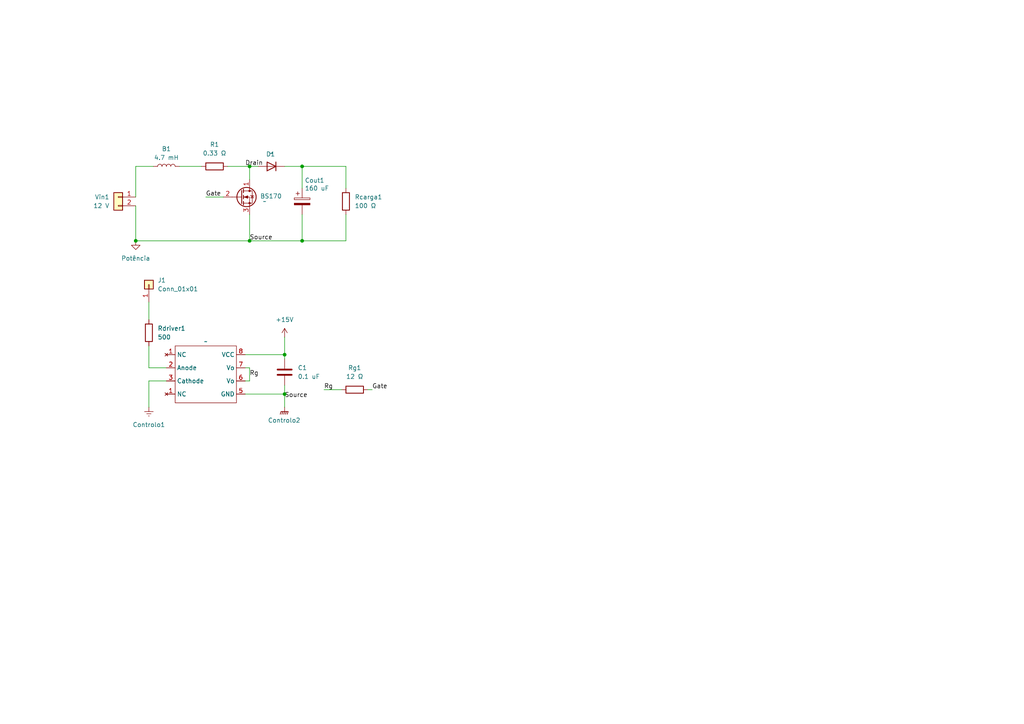
<source format=kicad_sch>
(kicad_sch
	(version 20250114)
	(generator "eeschema")
	(generator_version "9.0")
	(uuid "349af88b-a041-4cbe-a2d3-750dbaa7e97a")
	(paper "A4")
	(lib_symbols
		(symbol "Connector_Generic:Conn_01x01"
			(pin_names
				(offset 1.016)
				(hide yes)
			)
			(exclude_from_sim no)
			(in_bom yes)
			(on_board yes)
			(property "Reference" "J"
				(at 0 2.54 0)
				(effects
					(font
						(size 1.27 1.27)
					)
				)
			)
			(property "Value" "Conn_01x01"
				(at 0 -2.54 0)
				(effects
					(font
						(size 1.27 1.27)
					)
				)
			)
			(property "Footprint" ""
				(at 0 0 0)
				(effects
					(font
						(size 1.27 1.27)
					)
					(hide yes)
				)
			)
			(property "Datasheet" "~"
				(at 0 0 0)
				(effects
					(font
						(size 1.27 1.27)
					)
					(hide yes)
				)
			)
			(property "Description" "Generic connector, single row, 01x01, script generated (kicad-library-utils/schlib/autogen/connector/)"
				(at 0 0 0)
				(effects
					(font
						(size 1.27 1.27)
					)
					(hide yes)
				)
			)
			(property "ki_keywords" "connector"
				(at 0 0 0)
				(effects
					(font
						(size 1.27 1.27)
					)
					(hide yes)
				)
			)
			(property "ki_fp_filters" "Connector*:*_1x??_*"
				(at 0 0 0)
				(effects
					(font
						(size 1.27 1.27)
					)
					(hide yes)
				)
			)
			(symbol "Conn_01x01_1_1"
				(rectangle
					(start -1.27 1.27)
					(end 1.27 -1.27)
					(stroke
						(width 0.254)
						(type default)
					)
					(fill
						(type background)
					)
				)
				(rectangle
					(start -1.27 0.127)
					(end 0 -0.127)
					(stroke
						(width 0.1524)
						(type default)
					)
					(fill
						(type none)
					)
				)
				(pin passive line
					(at -5.08 0 0)
					(length 3.81)
					(name "Pin_1"
						(effects
							(font
								(size 1.27 1.27)
							)
						)
					)
					(number "1"
						(effects
							(font
								(size 1.27 1.27)
							)
						)
					)
				)
			)
			(embedded_fonts no)
		)
		(symbol "Connector_Generic:Conn_01x02"
			(pin_names
				(offset 1.016)
				(hide yes)
			)
			(exclude_from_sim no)
			(in_bom yes)
			(on_board yes)
			(property "Reference" "J"
				(at 0 2.54 0)
				(effects
					(font
						(size 1.27 1.27)
					)
				)
			)
			(property "Value" "Conn_01x02"
				(at 0 -5.08 0)
				(effects
					(font
						(size 1.27 1.27)
					)
				)
			)
			(property "Footprint" ""
				(at 0 0 0)
				(effects
					(font
						(size 1.27 1.27)
					)
					(hide yes)
				)
			)
			(property "Datasheet" "~"
				(at 0 0 0)
				(effects
					(font
						(size 1.27 1.27)
					)
					(hide yes)
				)
			)
			(property "Description" "Generic connector, single row, 01x02, script generated (kicad-library-utils/schlib/autogen/connector/)"
				(at 0 0 0)
				(effects
					(font
						(size 1.27 1.27)
					)
					(hide yes)
				)
			)
			(property "ki_keywords" "connector"
				(at 0 0 0)
				(effects
					(font
						(size 1.27 1.27)
					)
					(hide yes)
				)
			)
			(property "ki_fp_filters" "Connector*:*_1x??_*"
				(at 0 0 0)
				(effects
					(font
						(size 1.27 1.27)
					)
					(hide yes)
				)
			)
			(symbol "Conn_01x02_1_1"
				(rectangle
					(start -1.27 1.27)
					(end 1.27 -3.81)
					(stroke
						(width 0.254)
						(type default)
					)
					(fill
						(type background)
					)
				)
				(rectangle
					(start -1.27 0.127)
					(end 0 -0.127)
					(stroke
						(width 0.1524)
						(type default)
					)
					(fill
						(type none)
					)
				)
				(rectangle
					(start -1.27 -2.413)
					(end 0 -2.667)
					(stroke
						(width 0.1524)
						(type default)
					)
					(fill
						(type none)
					)
				)
				(pin passive line
					(at -5.08 0 0)
					(length 3.81)
					(name "Pin_1"
						(effects
							(font
								(size 1.27 1.27)
							)
						)
					)
					(number "1"
						(effects
							(font
								(size 1.27 1.27)
							)
						)
					)
				)
				(pin passive line
					(at -5.08 -2.54 0)
					(length 3.81)
					(name "Pin_2"
						(effects
							(font
								(size 1.27 1.27)
							)
						)
					)
					(number "2"
						(effects
							(font
								(size 1.27 1.27)
							)
						)
					)
				)
			)
			(embedded_fonts no)
		)
		(symbol "Device:C"
			(pin_numbers
				(hide yes)
			)
			(pin_names
				(offset 0.254)
			)
			(exclude_from_sim no)
			(in_bom yes)
			(on_board yes)
			(property "Reference" "C"
				(at 0.635 2.54 0)
				(effects
					(font
						(size 1.27 1.27)
					)
					(justify left)
				)
			)
			(property "Value" "C"
				(at 0.635 -2.54 0)
				(effects
					(font
						(size 1.27 1.27)
					)
					(justify left)
				)
			)
			(property "Footprint" ""
				(at 0.9652 -3.81 0)
				(effects
					(font
						(size 1.27 1.27)
					)
					(hide yes)
				)
			)
			(property "Datasheet" "~"
				(at 0 0 0)
				(effects
					(font
						(size 1.27 1.27)
					)
					(hide yes)
				)
			)
			(property "Description" "Unpolarized capacitor"
				(at 0 0 0)
				(effects
					(font
						(size 1.27 1.27)
					)
					(hide yes)
				)
			)
			(property "ki_keywords" "cap capacitor"
				(at 0 0 0)
				(effects
					(font
						(size 1.27 1.27)
					)
					(hide yes)
				)
			)
			(property "ki_fp_filters" "C_*"
				(at 0 0 0)
				(effects
					(font
						(size 1.27 1.27)
					)
					(hide yes)
				)
			)
			(symbol "C_0_1"
				(polyline
					(pts
						(xy -2.032 0.762) (xy 2.032 0.762)
					)
					(stroke
						(width 0.508)
						(type default)
					)
					(fill
						(type none)
					)
				)
				(polyline
					(pts
						(xy -2.032 -0.762) (xy 2.032 -0.762)
					)
					(stroke
						(width 0.508)
						(type default)
					)
					(fill
						(type none)
					)
				)
			)
			(symbol "C_1_1"
				(pin passive line
					(at 0 3.81 270)
					(length 2.794)
					(name "~"
						(effects
							(font
								(size 1.27 1.27)
							)
						)
					)
					(number "1"
						(effects
							(font
								(size 1.27 1.27)
							)
						)
					)
				)
				(pin passive line
					(at 0 -3.81 90)
					(length 2.794)
					(name "~"
						(effects
							(font
								(size 1.27 1.27)
							)
						)
					)
					(number "2"
						(effects
							(font
								(size 1.27 1.27)
							)
						)
					)
				)
			)
			(embedded_fonts no)
		)
		(symbol "Device:C_Polarized"
			(pin_numbers
				(hide yes)
			)
			(pin_names
				(offset 0.254)
			)
			(exclude_from_sim no)
			(in_bom yes)
			(on_board yes)
			(property "Reference" "C"
				(at 0.635 2.54 0)
				(effects
					(font
						(size 1.27 1.27)
					)
					(justify left)
				)
			)
			(property "Value" "C_Polarized"
				(at 0.635 -2.54 0)
				(effects
					(font
						(size 1.27 1.27)
					)
					(justify left)
				)
			)
			(property "Footprint" ""
				(at 0.9652 -3.81 0)
				(effects
					(font
						(size 1.27 1.27)
					)
					(hide yes)
				)
			)
			(property "Datasheet" "~"
				(at 0 0 0)
				(effects
					(font
						(size 1.27 1.27)
					)
					(hide yes)
				)
			)
			(property "Description" "Polarized capacitor"
				(at 0 0 0)
				(effects
					(font
						(size 1.27 1.27)
					)
					(hide yes)
				)
			)
			(property "ki_keywords" "cap capacitor"
				(at 0 0 0)
				(effects
					(font
						(size 1.27 1.27)
					)
					(hide yes)
				)
			)
			(property "ki_fp_filters" "CP_*"
				(at 0 0 0)
				(effects
					(font
						(size 1.27 1.27)
					)
					(hide yes)
				)
			)
			(symbol "C_Polarized_0_1"
				(rectangle
					(start -2.286 0.508)
					(end 2.286 1.016)
					(stroke
						(width 0)
						(type default)
					)
					(fill
						(type none)
					)
				)
				(polyline
					(pts
						(xy -1.778 2.286) (xy -0.762 2.286)
					)
					(stroke
						(width 0)
						(type default)
					)
					(fill
						(type none)
					)
				)
				(polyline
					(pts
						(xy -1.27 2.794) (xy -1.27 1.778)
					)
					(stroke
						(width 0)
						(type default)
					)
					(fill
						(type none)
					)
				)
				(rectangle
					(start 2.286 -0.508)
					(end -2.286 -1.016)
					(stroke
						(width 0)
						(type default)
					)
					(fill
						(type outline)
					)
				)
			)
			(symbol "C_Polarized_1_1"
				(pin passive line
					(at 0 3.81 270)
					(length 2.794)
					(name "~"
						(effects
							(font
								(size 1.27 1.27)
							)
						)
					)
					(number "1"
						(effects
							(font
								(size 1.27 1.27)
							)
						)
					)
				)
				(pin passive line
					(at 0 -3.81 90)
					(length 2.794)
					(name "~"
						(effects
							(font
								(size 1.27 1.27)
							)
						)
					)
					(number "2"
						(effects
							(font
								(size 1.27 1.27)
							)
						)
					)
				)
			)
			(embedded_fonts no)
		)
		(symbol "Device:D"
			(pin_numbers
				(hide yes)
			)
			(pin_names
				(offset 1.016)
				(hide yes)
			)
			(exclude_from_sim no)
			(in_bom yes)
			(on_board yes)
			(property "Reference" "D"
				(at 0 2.54 0)
				(effects
					(font
						(size 1.27 1.27)
					)
				)
			)
			(property "Value" "D"
				(at 0 -2.54 0)
				(effects
					(font
						(size 1.27 1.27)
					)
				)
			)
			(property "Footprint" ""
				(at 0 0 0)
				(effects
					(font
						(size 1.27 1.27)
					)
					(hide yes)
				)
			)
			(property "Datasheet" "~"
				(at 0 0 0)
				(effects
					(font
						(size 1.27 1.27)
					)
					(hide yes)
				)
			)
			(property "Description" "Diode"
				(at 0 0 0)
				(effects
					(font
						(size 1.27 1.27)
					)
					(hide yes)
				)
			)
			(property "Sim.Device" "D"
				(at 0 0 0)
				(effects
					(font
						(size 1.27 1.27)
					)
					(hide yes)
				)
			)
			(property "Sim.Pins" "1=K 2=A"
				(at 0 0 0)
				(effects
					(font
						(size 1.27 1.27)
					)
					(hide yes)
				)
			)
			(property "ki_keywords" "diode"
				(at 0 0 0)
				(effects
					(font
						(size 1.27 1.27)
					)
					(hide yes)
				)
			)
			(property "ki_fp_filters" "TO-???* *_Diode_* *SingleDiode* D_*"
				(at 0 0 0)
				(effects
					(font
						(size 1.27 1.27)
					)
					(hide yes)
				)
			)
			(symbol "D_0_1"
				(polyline
					(pts
						(xy -1.27 1.27) (xy -1.27 -1.27)
					)
					(stroke
						(width 0.254)
						(type default)
					)
					(fill
						(type none)
					)
				)
				(polyline
					(pts
						(xy 1.27 1.27) (xy 1.27 -1.27) (xy -1.27 0) (xy 1.27 1.27)
					)
					(stroke
						(width 0.254)
						(type default)
					)
					(fill
						(type none)
					)
				)
				(polyline
					(pts
						(xy 1.27 0) (xy -1.27 0)
					)
					(stroke
						(width 0)
						(type default)
					)
					(fill
						(type none)
					)
				)
			)
			(symbol "D_1_1"
				(pin passive line
					(at -3.81 0 0)
					(length 2.54)
					(name "K"
						(effects
							(font
								(size 1.27 1.27)
							)
						)
					)
					(number "1"
						(effects
							(font
								(size 1.27 1.27)
							)
						)
					)
				)
				(pin passive line
					(at 3.81 0 180)
					(length 2.54)
					(name "A"
						(effects
							(font
								(size 1.27 1.27)
							)
						)
					)
					(number "2"
						(effects
							(font
								(size 1.27 1.27)
							)
						)
					)
				)
			)
			(embedded_fonts no)
		)
		(symbol "Device:L"
			(pin_numbers
				(hide yes)
			)
			(pin_names
				(offset 1.016)
				(hide yes)
			)
			(exclude_from_sim no)
			(in_bom yes)
			(on_board yes)
			(property "Reference" "L"
				(at -1.27 0 90)
				(effects
					(font
						(size 1.27 1.27)
					)
				)
			)
			(property "Value" "L"
				(at 1.905 0 90)
				(effects
					(font
						(size 1.27 1.27)
					)
				)
			)
			(property "Footprint" ""
				(at 0 0 0)
				(effects
					(font
						(size 1.27 1.27)
					)
					(hide yes)
				)
			)
			(property "Datasheet" "~"
				(at 0 0 0)
				(effects
					(font
						(size 1.27 1.27)
					)
					(hide yes)
				)
			)
			(property "Description" "Inductor"
				(at 0 0 0)
				(effects
					(font
						(size 1.27 1.27)
					)
					(hide yes)
				)
			)
			(property "ki_keywords" "inductor choke coil reactor magnetic"
				(at 0 0 0)
				(effects
					(font
						(size 1.27 1.27)
					)
					(hide yes)
				)
			)
			(property "ki_fp_filters" "Choke_* *Coil* Inductor_* L_*"
				(at 0 0 0)
				(effects
					(font
						(size 1.27 1.27)
					)
					(hide yes)
				)
			)
			(symbol "L_0_1"
				(arc
					(start 0 2.54)
					(mid 0.6323 1.905)
					(end 0 1.27)
					(stroke
						(width 0)
						(type default)
					)
					(fill
						(type none)
					)
				)
				(arc
					(start 0 1.27)
					(mid 0.6323 0.635)
					(end 0 0)
					(stroke
						(width 0)
						(type default)
					)
					(fill
						(type none)
					)
				)
				(arc
					(start 0 0)
					(mid 0.6323 -0.635)
					(end 0 -1.27)
					(stroke
						(width 0)
						(type default)
					)
					(fill
						(type none)
					)
				)
				(arc
					(start 0 -1.27)
					(mid 0.6323 -1.905)
					(end 0 -2.54)
					(stroke
						(width 0)
						(type default)
					)
					(fill
						(type none)
					)
				)
			)
			(symbol "L_1_1"
				(pin passive line
					(at 0 3.81 270)
					(length 1.27)
					(name "1"
						(effects
							(font
								(size 1.27 1.27)
							)
						)
					)
					(number "1"
						(effects
							(font
								(size 1.27 1.27)
							)
						)
					)
				)
				(pin passive line
					(at 0 -3.81 90)
					(length 1.27)
					(name "2"
						(effects
							(font
								(size 1.27 1.27)
							)
						)
					)
					(number "2"
						(effects
							(font
								(size 1.27 1.27)
							)
						)
					)
				)
			)
			(embedded_fonts no)
		)
		(symbol "Device:R"
			(pin_numbers
				(hide yes)
			)
			(pin_names
				(offset 0)
			)
			(exclude_from_sim no)
			(in_bom yes)
			(on_board yes)
			(property "Reference" "R"
				(at 2.032 0 90)
				(effects
					(font
						(size 1.27 1.27)
					)
				)
			)
			(property "Value" "R"
				(at 0 0 90)
				(effects
					(font
						(size 1.27 1.27)
					)
				)
			)
			(property "Footprint" ""
				(at -1.778 0 90)
				(effects
					(font
						(size 1.27 1.27)
					)
					(hide yes)
				)
			)
			(property "Datasheet" "~"
				(at 0 0 0)
				(effects
					(font
						(size 1.27 1.27)
					)
					(hide yes)
				)
			)
			(property "Description" "Resistor"
				(at 0 0 0)
				(effects
					(font
						(size 1.27 1.27)
					)
					(hide yes)
				)
			)
			(property "ki_keywords" "R res resistor"
				(at 0 0 0)
				(effects
					(font
						(size 1.27 1.27)
					)
					(hide yes)
				)
			)
			(property "ki_fp_filters" "R_*"
				(at 0 0 0)
				(effects
					(font
						(size 1.27 1.27)
					)
					(hide yes)
				)
			)
			(symbol "R_0_1"
				(rectangle
					(start -1.016 -2.54)
					(end 1.016 2.54)
					(stroke
						(width 0.254)
						(type default)
					)
					(fill
						(type none)
					)
				)
			)
			(symbol "R_1_1"
				(pin passive line
					(at 0 3.81 270)
					(length 1.27)
					(name "~"
						(effects
							(font
								(size 1.27 1.27)
							)
						)
					)
					(number "1"
						(effects
							(font
								(size 1.27 1.27)
							)
						)
					)
				)
				(pin passive line
					(at 0 -3.81 90)
					(length 1.27)
					(name "~"
						(effects
							(font
								(size 1.27 1.27)
							)
						)
					)
					(number "2"
						(effects
							(font
								(size 1.27 1.27)
							)
						)
					)
				)
			)
			(embedded_fonts no)
		)
		(symbol "Transistor_FET:BS170"
			(pin_names
				(hide yes)
			)
			(exclude_from_sim no)
			(in_bom yes)
			(on_board yes)
			(property "Reference" "Q"
				(at 5.08 1.905 0)
				(effects
					(font
						(size 1.27 1.27)
					)
					(justify left)
				)
			)
			(property "Value" "BS170"
				(at 5.08 0 0)
				(effects
					(font
						(size 1.27 1.27)
					)
					(justify left)
				)
			)
			(property "Footprint" "Package_TO_SOT_THT:TO-92_Inline"
				(at 5.08 -1.905 0)
				(effects
					(font
						(size 1.27 1.27)
						(italic yes)
					)
					(justify left)
					(hide yes)
				)
			)
			(property "Datasheet" "https://www.onsemi.com/pub/Collateral/BS170-D.PDF"
				(at 5.08 -3.81 0)
				(effects
					(font
						(size 1.27 1.27)
					)
					(justify left)
					(hide yes)
				)
			)
			(property "Description" "0.5A Id, 60V Vds, N-Channel MOSFET, TO-92"
				(at 0 0 0)
				(effects
					(font
						(size 1.27 1.27)
					)
					(hide yes)
				)
			)
			(property "ki_keywords" "N-Channel MOSFET"
				(at 0 0 0)
				(effects
					(font
						(size 1.27 1.27)
					)
					(hide yes)
				)
			)
			(property "ki_fp_filters" "TO?92*"
				(at 0 0 0)
				(effects
					(font
						(size 1.27 1.27)
					)
					(hide yes)
				)
			)
			(symbol "BS170_0_1"
				(polyline
					(pts
						(xy 0.254 1.905) (xy 0.254 -1.905)
					)
					(stroke
						(width 0.254)
						(type default)
					)
					(fill
						(type none)
					)
				)
				(polyline
					(pts
						(xy 0.254 0) (xy -2.54 0)
					)
					(stroke
						(width 0)
						(type default)
					)
					(fill
						(type none)
					)
				)
				(polyline
					(pts
						(xy 0.762 2.286) (xy 0.762 1.27)
					)
					(stroke
						(width 0.254)
						(type default)
					)
					(fill
						(type none)
					)
				)
				(polyline
					(pts
						(xy 0.762 0.508) (xy 0.762 -0.508)
					)
					(stroke
						(width 0.254)
						(type default)
					)
					(fill
						(type none)
					)
				)
				(polyline
					(pts
						(xy 0.762 -1.27) (xy 0.762 -2.286)
					)
					(stroke
						(width 0.254)
						(type default)
					)
					(fill
						(type none)
					)
				)
				(polyline
					(pts
						(xy 0.762 -1.778) (xy 3.302 -1.778) (xy 3.302 1.778) (xy 0.762 1.778)
					)
					(stroke
						(width 0)
						(type default)
					)
					(fill
						(type none)
					)
				)
				(polyline
					(pts
						(xy 1.016 0) (xy 2.032 0.381) (xy 2.032 -0.381) (xy 1.016 0)
					)
					(stroke
						(width 0)
						(type default)
					)
					(fill
						(type outline)
					)
				)
				(circle
					(center 1.651 0)
					(radius 2.794)
					(stroke
						(width 0.254)
						(type default)
					)
					(fill
						(type none)
					)
				)
				(polyline
					(pts
						(xy 2.54 2.54) (xy 2.54 1.778)
					)
					(stroke
						(width 0)
						(type default)
					)
					(fill
						(type none)
					)
				)
				(circle
					(center 2.54 1.778)
					(radius 0.254)
					(stroke
						(width 0)
						(type default)
					)
					(fill
						(type outline)
					)
				)
				(circle
					(center 2.54 -1.778)
					(radius 0.254)
					(stroke
						(width 0)
						(type default)
					)
					(fill
						(type outline)
					)
				)
				(polyline
					(pts
						(xy 2.54 -2.54) (xy 2.54 0) (xy 0.762 0)
					)
					(stroke
						(width 0)
						(type default)
					)
					(fill
						(type none)
					)
				)
				(polyline
					(pts
						(xy 2.794 0.508) (xy 2.921 0.381) (xy 3.683 0.381) (xy 3.81 0.254)
					)
					(stroke
						(width 0)
						(type default)
					)
					(fill
						(type none)
					)
				)
				(polyline
					(pts
						(xy 3.302 0.381) (xy 2.921 -0.254) (xy 3.683 -0.254) (xy 3.302 0.381)
					)
					(stroke
						(width 0)
						(type default)
					)
					(fill
						(type none)
					)
				)
			)
			(symbol "BS170_1_1"
				(pin input line
					(at -5.08 0 0)
					(length 2.54)
					(name "G"
						(effects
							(font
								(size 1.27 1.27)
							)
						)
					)
					(number "2"
						(effects
							(font
								(size 1.27 1.27)
							)
						)
					)
				)
				(pin passive line
					(at 2.54 5.08 270)
					(length 2.54)
					(name "D"
						(effects
							(font
								(size 1.27 1.27)
							)
						)
					)
					(number "1"
						(effects
							(font
								(size 1.27 1.27)
							)
						)
					)
				)
				(pin passive line
					(at 2.54 -5.08 90)
					(length 2.54)
					(name "S"
						(effects
							(font
								(size 1.27 1.27)
							)
						)
					)
					(number "3"
						(effects
							(font
								(size 1.27 1.27)
							)
						)
					)
				)
			)
			(embedded_fonts no)
		)
		(symbol "minha_biblioteca:LTV-3120"
			(exclude_from_sim no)
			(in_bom yes)
			(on_board yes)
			(property "Reference" "U"
				(at 39.37 17.272 0)
				(effects
					(font
						(size 1.27 1.27)
					)
					(hide yes)
				)
			)
			(property "Value" ""
				(at 0 0 0)
				(effects
					(font
						(size 1.27 1.27)
					)
				)
			)
			(property "Footprint" ""
				(at 0 0 0)
				(effects
					(font
						(size 1.27 1.27)
					)
					(hide yes)
				)
			)
			(property "Datasheet" ""
				(at 0 0 0)
				(effects
					(font
						(size 1.27 1.27)
					)
					(hide yes)
				)
			)
			(property "Description" ""
				(at 0 0 0)
				(effects
					(font
						(size 1.27 1.27)
					)
					(hide yes)
				)
			)
			(symbol "LTV-3120_0_1"
				(rectangle
					(start -2.54 5.08)
					(end 15.24 -11.43)
					(stroke
						(width 0)
						(type default)
					)
					(fill
						(type none)
					)
				)
			)
			(symbol "LTV-3120_1_1"
				(pin no_connect line
					(at -5.08 2.54 0)
					(length 2.54)
					(name "NC"
						(effects
							(font
								(size 1.27 1.27)
							)
						)
					)
					(number "1"
						(effects
							(font
								(size 1.27 1.27)
							)
						)
					)
				)
				(pin passive line
					(at -5.08 -1.27 0)
					(length 2.54)
					(name "Anode"
						(effects
							(font
								(size 1.27 1.27)
							)
						)
					)
					(number "2"
						(effects
							(font
								(size 1.27 1.27)
							)
						)
					)
				)
				(pin passive line
					(at -5.08 -5.08 0)
					(length 2.54)
					(name "Cathode"
						(effects
							(font
								(size 1.27 1.27)
							)
						)
					)
					(number "3"
						(effects
							(font
								(size 1.27 1.27)
							)
						)
					)
				)
				(pin no_connect line
					(at -5.08 -8.89 0)
					(length 2.54)
					(name "NC"
						(effects
							(font
								(size 1.27 1.27)
							)
						)
					)
					(number "1"
						(effects
							(font
								(size 1.27 1.27)
							)
						)
					)
				)
				(pin power_in line
					(at 17.78 2.54 180)
					(length 2.54)
					(name "VCC"
						(effects
							(font
								(size 1.27 1.27)
							)
						)
					)
					(number "8"
						(effects
							(font
								(size 1.27 1.27)
							)
						)
					)
				)
				(pin output line
					(at 17.78 -1.27 180)
					(length 2.54)
					(name "Vo"
						(effects
							(font
								(size 1.27 1.27)
							)
						)
					)
					(number "7"
						(effects
							(font
								(size 1.27 1.27)
							)
						)
					)
				)
				(pin output line
					(at 17.78 -5.08 180)
					(length 2.54)
					(name "Vo"
						(effects
							(font
								(size 1.27 1.27)
							)
						)
					)
					(number "6"
						(effects
							(font
								(size 1.27 1.27)
							)
						)
					)
				)
				(pin power_in line
					(at 17.78 -8.89 180)
					(length 2.54)
					(name "GND"
						(effects
							(font
								(size 1.27 1.27)
							)
						)
					)
					(number "5"
						(effects
							(font
								(size 1.27 1.27)
							)
						)
					)
				)
			)
			(embedded_fonts no)
		)
		(symbol "power:+15V"
			(power)
			(pin_numbers
				(hide yes)
			)
			(pin_names
				(offset 0)
				(hide yes)
			)
			(exclude_from_sim no)
			(in_bom yes)
			(on_board yes)
			(property "Reference" "#PWR"
				(at 0 -3.81 0)
				(effects
					(font
						(size 1.27 1.27)
					)
					(hide yes)
				)
			)
			(property "Value" "+15V"
				(at 0 3.556 0)
				(effects
					(font
						(size 1.27 1.27)
					)
				)
			)
			(property "Footprint" ""
				(at 0 0 0)
				(effects
					(font
						(size 1.27 1.27)
					)
					(hide yes)
				)
			)
			(property "Datasheet" ""
				(at 0 0 0)
				(effects
					(font
						(size 1.27 1.27)
					)
					(hide yes)
				)
			)
			(property "Description" "Power symbol creates a global label with name \"+15V\""
				(at 0 0 0)
				(effects
					(font
						(size 1.27 1.27)
					)
					(hide yes)
				)
			)
			(property "ki_keywords" "global power"
				(at 0 0 0)
				(effects
					(font
						(size 1.27 1.27)
					)
					(hide yes)
				)
			)
			(symbol "+15V_0_1"
				(polyline
					(pts
						(xy -0.762 1.27) (xy 0 2.54)
					)
					(stroke
						(width 0)
						(type default)
					)
					(fill
						(type none)
					)
				)
				(polyline
					(pts
						(xy 0 2.54) (xy 0.762 1.27)
					)
					(stroke
						(width 0)
						(type default)
					)
					(fill
						(type none)
					)
				)
				(polyline
					(pts
						(xy 0 0) (xy 0 2.54)
					)
					(stroke
						(width 0)
						(type default)
					)
					(fill
						(type none)
					)
				)
			)
			(symbol "+15V_1_1"
				(pin power_in line
					(at 0 0 90)
					(length 0)
					(name "~"
						(effects
							(font
								(size 1.27 1.27)
							)
						)
					)
					(number "1"
						(effects
							(font
								(size 1.27 1.27)
							)
						)
					)
				)
			)
			(embedded_fonts no)
		)
		(symbol "power:Earth"
			(power)
			(pin_numbers
				(hide yes)
			)
			(pin_names
				(offset 0)
				(hide yes)
			)
			(exclude_from_sim no)
			(in_bom yes)
			(on_board yes)
			(property "Reference" "#PWR"
				(at 0 -6.35 0)
				(effects
					(font
						(size 1.27 1.27)
					)
					(hide yes)
				)
			)
			(property "Value" "Earth"
				(at 0 -3.81 0)
				(effects
					(font
						(size 1.27 1.27)
					)
				)
			)
			(property "Footprint" ""
				(at 0 0 0)
				(effects
					(font
						(size 1.27 1.27)
					)
					(hide yes)
				)
			)
			(property "Datasheet" "~"
				(at 0 0 0)
				(effects
					(font
						(size 1.27 1.27)
					)
					(hide yes)
				)
			)
			(property "Description" "Power symbol creates a global label with name \"Earth\""
				(at 0 0 0)
				(effects
					(font
						(size 1.27 1.27)
					)
					(hide yes)
				)
			)
			(property "ki_keywords" "global ground gnd"
				(at 0 0 0)
				(effects
					(font
						(size 1.27 1.27)
					)
					(hide yes)
				)
			)
			(symbol "Earth_0_1"
				(polyline
					(pts
						(xy -0.635 -1.905) (xy 0.635 -1.905)
					)
					(stroke
						(width 0)
						(type default)
					)
					(fill
						(type none)
					)
				)
				(polyline
					(pts
						(xy -0.127 -2.54) (xy 0.127 -2.54)
					)
					(stroke
						(width 0)
						(type default)
					)
					(fill
						(type none)
					)
				)
				(polyline
					(pts
						(xy 0 -1.27) (xy 0 0)
					)
					(stroke
						(width 0)
						(type default)
					)
					(fill
						(type none)
					)
				)
				(polyline
					(pts
						(xy 1.27 -1.27) (xy -1.27 -1.27)
					)
					(stroke
						(width 0)
						(type default)
					)
					(fill
						(type none)
					)
				)
			)
			(symbol "Earth_1_1"
				(pin power_in line
					(at 0 0 270)
					(length 0)
					(name "~"
						(effects
							(font
								(size 1.27 1.27)
							)
						)
					)
					(number "1"
						(effects
							(font
								(size 1.27 1.27)
							)
						)
					)
				)
			)
			(embedded_fonts no)
		)
		(symbol "power:GND"
			(power)
			(pin_numbers
				(hide yes)
			)
			(pin_names
				(offset 0)
				(hide yes)
			)
			(exclude_from_sim no)
			(in_bom yes)
			(on_board yes)
			(property "Reference" "#PWR"
				(at 0 -6.35 0)
				(effects
					(font
						(size 1.27 1.27)
					)
					(hide yes)
				)
			)
			(property "Value" "GND"
				(at 0 -3.81 0)
				(effects
					(font
						(size 1.27 1.27)
					)
				)
			)
			(property "Footprint" ""
				(at 0 0 0)
				(effects
					(font
						(size 1.27 1.27)
					)
					(hide yes)
				)
			)
			(property "Datasheet" ""
				(at 0 0 0)
				(effects
					(font
						(size 1.27 1.27)
					)
					(hide yes)
				)
			)
			(property "Description" "Power symbol creates a global label with name \"GND\" , ground"
				(at 0 0 0)
				(effects
					(font
						(size 1.27 1.27)
					)
					(hide yes)
				)
			)
			(property "ki_keywords" "global power"
				(at 0 0 0)
				(effects
					(font
						(size 1.27 1.27)
					)
					(hide yes)
				)
			)
			(symbol "GND_0_1"
				(polyline
					(pts
						(xy 0 0) (xy 0 -1.27) (xy 1.27 -1.27) (xy 0 -2.54) (xy -1.27 -1.27) (xy 0 -1.27)
					)
					(stroke
						(width 0)
						(type default)
					)
					(fill
						(type none)
					)
				)
			)
			(symbol "GND_1_1"
				(pin power_in line
					(at 0 0 270)
					(length 0)
					(name "~"
						(effects
							(font
								(size 1.27 1.27)
							)
						)
					)
					(number "1"
						(effects
							(font
								(size 1.27 1.27)
							)
						)
					)
				)
			)
			(embedded_fonts no)
		)
		(symbol "power:GNDPWR"
			(power)
			(pin_numbers
				(hide yes)
			)
			(pin_names
				(offset 0)
				(hide yes)
			)
			(exclude_from_sim no)
			(in_bom yes)
			(on_board yes)
			(property "Reference" "#PWR"
				(at 0 -5.08 0)
				(effects
					(font
						(size 1.27 1.27)
					)
					(hide yes)
				)
			)
			(property "Value" "GNDPWR"
				(at 0 -3.302 0)
				(effects
					(font
						(size 1.27 1.27)
					)
				)
			)
			(property "Footprint" ""
				(at 0 -1.27 0)
				(effects
					(font
						(size 1.27 1.27)
					)
					(hide yes)
				)
			)
			(property "Datasheet" ""
				(at 0 -1.27 0)
				(effects
					(font
						(size 1.27 1.27)
					)
					(hide yes)
				)
			)
			(property "Description" "Power symbol creates a global label with name \"GNDPWR\" , global ground"
				(at 0 0 0)
				(effects
					(font
						(size 1.27 1.27)
					)
					(hide yes)
				)
			)
			(property "ki_keywords" "global ground"
				(at 0 0 0)
				(effects
					(font
						(size 1.27 1.27)
					)
					(hide yes)
				)
			)
			(symbol "GNDPWR_0_1"
				(polyline
					(pts
						(xy -1.016 -1.27) (xy -1.27 -2.032) (xy -1.27 -2.032)
					)
					(stroke
						(width 0.2032)
						(type default)
					)
					(fill
						(type none)
					)
				)
				(polyline
					(pts
						(xy -0.508 -1.27) (xy -0.762 -2.032) (xy -0.762 -2.032)
					)
					(stroke
						(width 0.2032)
						(type default)
					)
					(fill
						(type none)
					)
				)
				(polyline
					(pts
						(xy 0 -1.27) (xy 0 0)
					)
					(stroke
						(width 0)
						(type default)
					)
					(fill
						(type none)
					)
				)
				(polyline
					(pts
						(xy 0 -1.27) (xy -0.254 -2.032) (xy -0.254 -2.032)
					)
					(stroke
						(width 0.2032)
						(type default)
					)
					(fill
						(type none)
					)
				)
				(polyline
					(pts
						(xy 0.508 -1.27) (xy 0.254 -2.032) (xy 0.254 -2.032)
					)
					(stroke
						(width 0.2032)
						(type default)
					)
					(fill
						(type none)
					)
				)
				(polyline
					(pts
						(xy 1.016 -1.27) (xy -1.016 -1.27) (xy -1.016 -1.27)
					)
					(stroke
						(width 0.2032)
						(type default)
					)
					(fill
						(type none)
					)
				)
				(polyline
					(pts
						(xy 1.016 -1.27) (xy 0.762 -2.032) (xy 0.762 -2.032) (xy 0.762 -2.032)
					)
					(stroke
						(width 0.2032)
						(type default)
					)
					(fill
						(type none)
					)
				)
			)
			(symbol "GNDPWR_1_1"
				(pin power_in line
					(at 0 0 270)
					(length 0)
					(name "~"
						(effects
							(font
								(size 1.27 1.27)
							)
						)
					)
					(number "1"
						(effects
							(font
								(size 1.27 1.27)
							)
						)
					)
				)
			)
			(embedded_fonts no)
		)
	)
	(junction
		(at 82.55 102.87)
		(diameter 0)
		(color 0 0 0 0)
		(uuid "4820872e-26ad-4c82-8711-444a8865df32")
	)
	(junction
		(at 72.39 48.26)
		(diameter 0)
		(color 0 0 0 0)
		(uuid "564d32bd-7d10-44e6-a212-b0138a9568e1")
	)
	(junction
		(at 72.39 69.85)
		(diameter 0)
		(color 0 0 0 0)
		(uuid "5b539fd9-4328-4cb7-a520-a33f3306a690")
	)
	(junction
		(at 87.63 48.26)
		(diameter 0)
		(color 0 0 0 0)
		(uuid "627b5a26-20f8-4e78-930d-796f66504fe4")
	)
	(junction
		(at 82.55 114.3)
		(diameter 0)
		(color 0 0 0 0)
		(uuid "843ab66d-4b40-4074-aaf6-4c41d42cdc92")
	)
	(junction
		(at 87.63 69.85)
		(diameter 0)
		(color 0 0 0 0)
		(uuid "b8f7976d-c350-4cfb-87de-3b82934da315")
	)
	(junction
		(at 39.37 69.85)
		(diameter 0)
		(color 0 0 0 0)
		(uuid "f7b62804-5015-48a6-ad81-2086425e1708")
	)
	(wire
		(pts
			(xy 87.63 48.26) (xy 100.33 48.26)
		)
		(stroke
			(width 0)
			(type default)
		)
		(uuid "0e03a83d-c918-40e4-b2a5-149413ad2ab5")
	)
	(wire
		(pts
			(xy 39.37 57.15) (xy 39.37 48.26)
		)
		(stroke
			(width 0)
			(type default)
		)
		(uuid "3162e674-5332-41c2-b95f-6af01ff80804")
	)
	(wire
		(pts
			(xy 39.37 69.85) (xy 39.37 59.69)
		)
		(stroke
			(width 0)
			(type default)
		)
		(uuid "35f3cc47-ad5b-42b5-886d-582b5f8de35a")
	)
	(wire
		(pts
			(xy 100.33 69.85) (xy 87.63 69.85)
		)
		(stroke
			(width 0)
			(type default)
		)
		(uuid "47cf2bf9-8de1-4834-b4e5-fea553ee5897")
	)
	(wire
		(pts
			(xy 43.18 100.33) (xy 43.18 106.68)
		)
		(stroke
			(width 0)
			(type default)
		)
		(uuid "488e18d3-7390-4060-965c-6e2dd2dc6895")
	)
	(wire
		(pts
			(xy 72.39 62.23) (xy 72.39 69.85)
		)
		(stroke
			(width 0)
			(type default)
		)
		(uuid "49c0f617-b0a1-4665-b14c-45406447ea79")
	)
	(wire
		(pts
			(xy 43.18 87.63) (xy 43.18 92.71)
		)
		(stroke
			(width 0)
			(type default)
		)
		(uuid "5cbc5f7a-0cf7-4b7f-8fb4-65307cd58b7e")
	)
	(wire
		(pts
			(xy 87.63 48.26) (xy 87.63 54.61)
		)
		(stroke
			(width 0)
			(type default)
		)
		(uuid "5d093c35-15f6-49c7-8358-693fb9c82d72")
	)
	(wire
		(pts
			(xy 87.63 62.23) (xy 87.63 69.85)
		)
		(stroke
			(width 0)
			(type default)
		)
		(uuid "634b6e6e-a7b4-49f9-8950-2251242de80e")
	)
	(wire
		(pts
			(xy 71.12 114.3) (xy 82.55 114.3)
		)
		(stroke
			(width 0)
			(type default)
		)
		(uuid "6990ee47-6b52-422b-a28a-417bb1a25b4c")
	)
	(wire
		(pts
			(xy 72.39 48.26) (xy 74.93 48.26)
		)
		(stroke
			(width 0)
			(type default)
		)
		(uuid "6aceafd8-c00d-4af0-9497-d52c0cce1e9a")
	)
	(wire
		(pts
			(xy 93.98 113.03) (xy 99.06 113.03)
		)
		(stroke
			(width 0)
			(type default)
		)
		(uuid "7b04f3eb-af25-4a3d-94df-3967ec0b72a3")
	)
	(wire
		(pts
			(xy 52.07 48.26) (xy 58.42 48.26)
		)
		(stroke
			(width 0)
			(type default)
		)
		(uuid "7c9cd137-561c-454c-ba2e-8cf86121f0d7")
	)
	(wire
		(pts
			(xy 66.04 48.26) (xy 72.39 48.26)
		)
		(stroke
			(width 0)
			(type default)
		)
		(uuid "7e833afe-ee97-4f3a-8fcb-d030618a9af3")
	)
	(wire
		(pts
			(xy 72.39 106.68) (xy 72.39 110.49)
		)
		(stroke
			(width 0)
			(type default)
		)
		(uuid "8d475990-ff6c-41fc-9516-768f5cef1b6c")
	)
	(wire
		(pts
			(xy 82.55 48.26) (xy 87.63 48.26)
		)
		(stroke
			(width 0)
			(type default)
		)
		(uuid "96f9022d-e507-48d9-8924-5d5553ea46c7")
	)
	(wire
		(pts
			(xy 39.37 48.26) (xy 44.45 48.26)
		)
		(stroke
			(width 0)
			(type default)
		)
		(uuid "9c631979-4545-4b1f-ac81-ee3c9791092f")
	)
	(wire
		(pts
			(xy 87.63 69.85) (xy 72.39 69.85)
		)
		(stroke
			(width 0)
			(type default)
		)
		(uuid "a4e7eeb2-12ff-463e-9818-832beae390d6")
	)
	(wire
		(pts
			(xy 72.39 48.26) (xy 72.39 52.07)
		)
		(stroke
			(width 0)
			(type default)
		)
		(uuid "aef30d1b-0e3b-45f4-996c-33afe584c51b")
	)
	(wire
		(pts
			(xy 72.39 69.85) (xy 39.37 69.85)
		)
		(stroke
			(width 0)
			(type default)
		)
		(uuid "b52889f9-ad15-4003-952c-5d1bd2df7e56")
	)
	(wire
		(pts
			(xy 71.12 102.87) (xy 82.55 102.87)
		)
		(stroke
			(width 0)
			(type default)
		)
		(uuid "bb14b04a-9a41-4ec9-92a3-c286a48a249f")
	)
	(wire
		(pts
			(xy 82.55 114.3) (xy 82.55 118.11)
		)
		(stroke
			(width 0)
			(type default)
		)
		(uuid "c92d4557-4790-41bd-8725-0712b7132ec3")
	)
	(wire
		(pts
			(xy 106.68 113.03) (xy 107.95 113.03)
		)
		(stroke
			(width 0)
			(type default)
		)
		(uuid "d4f32201-fdb7-4914-b6ba-205f7821cd50")
	)
	(wire
		(pts
			(xy 100.33 54.61) (xy 100.33 48.26)
		)
		(stroke
			(width 0)
			(type default)
		)
		(uuid "d5ac0c12-e10d-48f3-b4f6-813aa385985f")
	)
	(wire
		(pts
			(xy 100.33 62.23) (xy 100.33 69.85)
		)
		(stroke
			(width 0)
			(type default)
		)
		(uuid "dc9ab716-45ab-45d7-8483-e1160016d7ec")
	)
	(wire
		(pts
			(xy 43.18 110.49) (xy 43.18 118.11)
		)
		(stroke
			(width 0)
			(type default)
		)
		(uuid "e3b66bdd-53af-40e0-8b85-25b760aba1f5")
	)
	(wire
		(pts
			(xy 43.18 106.68) (xy 48.26 106.68)
		)
		(stroke
			(width 0)
			(type default)
		)
		(uuid "e77dbcc7-6998-4bdd-a1c9-8420e5349b76")
	)
	(wire
		(pts
			(xy 48.26 110.49) (xy 43.18 110.49)
		)
		(stroke
			(width 0)
			(type default)
		)
		(uuid "efed6ef9-c12e-457b-894d-8dfeafc20714")
	)
	(wire
		(pts
			(xy 59.69 57.15) (xy 64.77 57.15)
		)
		(stroke
			(width 0)
			(type default)
		)
		(uuid "eff0a078-38d3-4988-b49a-b366893c44c1")
	)
	(wire
		(pts
			(xy 71.12 110.49) (xy 72.39 110.49)
		)
		(stroke
			(width 0)
			(type default)
		)
		(uuid "f3674e90-b141-4750-8175-4df84a85ec25")
	)
	(wire
		(pts
			(xy 72.39 106.68) (xy 71.12 106.68)
		)
		(stroke
			(width 0)
			(type default)
		)
		(uuid "f8eefe5f-39e0-4f39-92bb-f6540f49cd0f")
	)
	(wire
		(pts
			(xy 82.55 97.79) (xy 82.55 102.87)
		)
		(stroke
			(width 0)
			(type default)
		)
		(uuid "fab87054-63dd-422e-9508-ca5082557952")
	)
	(wire
		(pts
			(xy 82.55 111.76) (xy 82.55 114.3)
		)
		(stroke
			(width 0)
			(type default)
		)
		(uuid "fd135158-2a70-4634-9748-68f358593ea8")
	)
	(wire
		(pts
			(xy 82.55 102.87) (xy 82.55 104.14)
		)
		(stroke
			(width 0)
			(type default)
		)
		(uuid "ff5e809f-131f-4706-b26c-7614aad82f0f")
	)
	(label "Source"
		(at 82.55 115.57 0)
		(effects
			(font
				(size 1.27 1.27)
			)
			(justify left bottom)
		)
		(uuid "413b675b-e518-47a2-8bfe-9f3b2fef1400")
	)
	(label "Rg"
		(at 72.39 109.22 0)
		(effects
			(font
				(size 1.27 1.27)
			)
			(justify left bottom)
		)
		(uuid "54be326d-574f-4bcc-8f01-bb65ce8004fd")
	)
	(label "Rg"
		(at 93.98 113.03 0)
		(effects
			(font
				(size 1.27 1.27)
			)
			(justify left bottom)
		)
		(uuid "637823e6-d457-42e5-832f-91249f998c08")
	)
	(label "Gate"
		(at 107.95 113.03 0)
		(effects
			(font
				(size 1.27 1.27)
			)
			(justify left bottom)
		)
		(uuid "8d207851-2eac-4e58-bcbf-9919e62aa0ab")
	)
	(label "Drain"
		(at 71.12 48.26 0)
		(effects
			(font
				(size 1.27 1.27)
			)
			(justify left bottom)
		)
		(uuid "a9a7b183-f0df-4379-9a80-5b09400275cc")
	)
	(label "Source"
		(at 72.39 69.85 0)
		(effects
			(font
				(size 1.27 1.27)
			)
			(justify left bottom)
		)
		(uuid "b75c55ff-df73-47e9-a54f-7508952004a4")
	)
	(label "Gate"
		(at 59.69 57.15 0)
		(effects
			(font
				(size 1.27 1.27)
			)
			(justify left bottom)
		)
		(uuid "be312207-6a22-4507-b939-45d5fe2fa48d")
	)
	(symbol
		(lib_id "Connector_Generic:Conn_01x01")
		(at 43.18 82.55 90)
		(unit 1)
		(exclude_from_sim no)
		(in_bom yes)
		(on_board yes)
		(dnp no)
		(fields_autoplaced yes)
		(uuid "1b4a50de-e273-415a-8ff8-2d17d6f6efb9")
		(property "Reference" "J1"
			(at 45.72 81.2799 90)
			(effects
				(font
					(size 1.27 1.27)
				)
				(justify right)
			)
		)
		(property "Value" "Conn_01x01"
			(at 45.72 83.8199 90)
			(effects
				(font
					(size 1.27 1.27)
				)
				(justify right)
			)
		)
		(property "Footprint" ""
			(at 43.18 82.55 0)
			(effects
				(font
					(size 1.27 1.27)
				)
				(hide yes)
			)
		)
		(property "Datasheet" "~"
			(at 43.18 82.55 0)
			(effects
				(font
					(size 1.27 1.27)
				)
				(hide yes)
			)
		)
		(property "Description" "Generic connector, single row, 01x01, script generated (kicad-library-utils/schlib/autogen/connector/)"
			(at 43.18 82.55 0)
			(effects
				(font
					(size 1.27 1.27)
				)
				(hide yes)
			)
		)
		(pin "1"
			(uuid "5c311346-35d5-4cac-b936-819d93502d80")
		)
		(instances
			(project ""
				(path "/349af88b-a041-4cbe-a2d3-750dbaa7e97a"
					(reference "J1")
					(unit 1)
				)
			)
		)
	)
	(symbol
		(lib_id "power:GND")
		(at 39.37 69.85 0)
		(unit 1)
		(exclude_from_sim no)
		(in_bom yes)
		(on_board yes)
		(dnp no)
		(fields_autoplaced yes)
		(uuid "2d7b160e-e5fa-4eba-a6ef-7955972951a2")
		(property "Reference" "#PWR03"
			(at 39.37 76.2 0)
			(effects
				(font
					(size 1.27 1.27)
				)
				(hide yes)
			)
		)
		(property "Value" "Potência"
			(at 39.37 74.93 0)
			(effects
				(font
					(size 1.27 1.27)
				)
			)
		)
		(property "Footprint" ""
			(at 39.37 69.85 0)
			(effects
				(font
					(size 1.27 1.27)
				)
				(hide yes)
			)
		)
		(property "Datasheet" ""
			(at 39.37 69.85 0)
			(effects
				(font
					(size 1.27 1.27)
				)
				(hide yes)
			)
		)
		(property "Description" "Power symbol creates a global label with name \"GND\" , ground"
			(at 39.37 69.85 0)
			(effects
				(font
					(size 1.27 1.27)
				)
				(hide yes)
			)
		)
		(pin "1"
			(uuid "b379e9b4-0a29-4671-976a-8cafd1ded02f")
		)
		(instances
			(project ""
				(path "/349af88b-a041-4cbe-a2d3-750dbaa7e97a"
					(reference "#PWR03")
					(unit 1)
				)
			)
		)
	)
	(symbol
		(lib_id "Device:R")
		(at 43.18 96.52 180)
		(unit 1)
		(exclude_from_sim no)
		(in_bom yes)
		(on_board yes)
		(dnp no)
		(fields_autoplaced yes)
		(uuid "3b0cdd71-ba50-488a-9c5a-f7ac1ff76604")
		(property "Reference" "Rdriver1"
			(at 45.72 95.2499 0)
			(effects
				(font
					(size 1.27 1.27)
				)
				(justify right)
			)
		)
		(property "Value" "500"
			(at 45.72 97.7899 0)
			(effects
				(font
					(size 1.27 1.27)
				)
				(justify right)
			)
		)
		(property "Footprint" ""
			(at 44.958 96.52 90)
			(effects
				(font
					(size 1.27 1.27)
				)
				(hide yes)
			)
		)
		(property "Datasheet" "~"
			(at 43.18 96.52 0)
			(effects
				(font
					(size 1.27 1.27)
				)
				(hide yes)
			)
		)
		(property "Description" "Resistor"
			(at 43.18 96.52 0)
			(effects
				(font
					(size 1.27 1.27)
				)
				(hide yes)
			)
		)
		(pin "1"
			(uuid "65b26414-60f4-4334-be66-b6269118dea6")
		)
		(pin "2"
			(uuid "a1af8be7-1115-47e4-aa6e-b3aeb1b63c92")
		)
		(instances
			(project "teste"
				(path "/349af88b-a041-4cbe-a2d3-750dbaa7e97a"
					(reference "Rdriver1")
					(unit 1)
				)
			)
		)
	)
	(symbol
		(lib_id "Device:C")
		(at 82.55 107.95 0)
		(unit 1)
		(exclude_from_sim no)
		(in_bom yes)
		(on_board yes)
		(dnp no)
		(fields_autoplaced yes)
		(uuid "3dd81db5-b5cd-4aa1-863e-be0581b0d544")
		(property "Reference" "C1"
			(at 86.36 106.6799 0)
			(effects
				(font
					(size 1.27 1.27)
				)
				(justify left)
			)
		)
		(property "Value" "0.1 uF"
			(at 86.36 109.2199 0)
			(effects
				(font
					(size 1.27 1.27)
				)
				(justify left)
			)
		)
		(property "Footprint" ""
			(at 83.5152 111.76 0)
			(effects
				(font
					(size 1.27 1.27)
				)
				(hide yes)
			)
		)
		(property "Datasheet" "~"
			(at 82.55 107.95 0)
			(effects
				(font
					(size 1.27 1.27)
				)
				(hide yes)
			)
		)
		(property "Description" "Unpolarized capacitor"
			(at 82.55 107.95 0)
			(effects
				(font
					(size 1.27 1.27)
				)
				(hide yes)
			)
		)
		(pin "1"
			(uuid "2c8aeecb-874c-4e06-ba2a-897563b26068")
		)
		(pin "2"
			(uuid "b0bc52d7-e709-4bb8-8fc3-4bcd233dcb0d")
		)
		(instances
			(project ""
				(path "/349af88b-a041-4cbe-a2d3-750dbaa7e97a"
					(reference "C1")
					(unit 1)
				)
			)
		)
	)
	(symbol
		(lib_id "power:GNDPWR")
		(at 82.55 118.11 0)
		(unit 1)
		(exclude_from_sim no)
		(in_bom yes)
		(on_board yes)
		(dnp no)
		(fields_autoplaced yes)
		(uuid "4229511f-8c57-4abf-918f-c43ffba75d4d")
		(property "Reference" "#PWR01"
			(at 82.55 123.19 0)
			(effects
				(font
					(size 1.27 1.27)
				)
				(hide yes)
			)
		)
		(property "Value" "Controlo2"
			(at 82.423 121.92 0)
			(effects
				(font
					(size 1.27 1.27)
				)
			)
		)
		(property "Footprint" ""
			(at 82.55 119.38 0)
			(effects
				(font
					(size 1.27 1.27)
				)
				(hide yes)
			)
		)
		(property "Datasheet" ""
			(at 82.55 119.38 0)
			(effects
				(font
					(size 1.27 1.27)
				)
				(hide yes)
			)
		)
		(property "Description" "Power symbol creates a global label with name \"GNDPWR\" , global ground"
			(at 82.55 118.11 0)
			(effects
				(font
					(size 1.27 1.27)
				)
				(hide yes)
			)
		)
		(pin "1"
			(uuid "693f49a3-b769-43a6-8b3a-44ece3295d5e")
		)
		(instances
			(project ""
				(path "/349af88b-a041-4cbe-a2d3-750dbaa7e97a"
					(reference "#PWR01")
					(unit 1)
				)
			)
		)
	)
	(symbol
		(lib_id "power:+15V")
		(at 82.55 97.79 0)
		(unit 1)
		(exclude_from_sim no)
		(in_bom yes)
		(on_board yes)
		(dnp no)
		(fields_autoplaced yes)
		(uuid "4289be75-c7f4-4011-b420-be7a42d46692")
		(property "Reference" "#PWR04"
			(at 82.55 101.6 0)
			(effects
				(font
					(size 1.27 1.27)
				)
				(hide yes)
			)
		)
		(property "Value" "+15V"
			(at 82.55 92.71 0)
			(effects
				(font
					(size 1.27 1.27)
				)
			)
		)
		(property "Footprint" ""
			(at 82.55 97.79 0)
			(effects
				(font
					(size 1.27 1.27)
				)
				(hide yes)
			)
		)
		(property "Datasheet" ""
			(at 82.55 97.79 0)
			(effects
				(font
					(size 1.27 1.27)
				)
				(hide yes)
			)
		)
		(property "Description" "Power symbol creates a global label with name \"+15V\""
			(at 82.55 97.79 0)
			(effects
				(font
					(size 1.27 1.27)
				)
				(hide yes)
			)
		)
		(pin "1"
			(uuid "0a8e455a-d2db-43f4-a0b9-87bce6dccea5")
		)
		(instances
			(project ""
				(path "/349af88b-a041-4cbe-a2d3-750dbaa7e97a"
					(reference "#PWR04")
					(unit 1)
				)
			)
		)
	)
	(symbol
		(lib_id "Device:R")
		(at 102.87 113.03 90)
		(unit 1)
		(exclude_from_sim no)
		(in_bom yes)
		(on_board yes)
		(dnp no)
		(fields_autoplaced yes)
		(uuid "4c4fa483-4690-4dfd-8a19-7fd48b60a20e")
		(property "Reference" "Rg1"
			(at 102.87 106.68 90)
			(effects
				(font
					(size 1.27 1.27)
				)
			)
		)
		(property "Value" "12 Ω"
			(at 102.87 109.22 90)
			(effects
				(font
					(size 1.27 1.27)
				)
			)
		)
		(property "Footprint" ""
			(at 102.87 114.808 90)
			(effects
				(font
					(size 1.27 1.27)
				)
				(hide yes)
			)
		)
		(property "Datasheet" "~"
			(at 102.87 113.03 0)
			(effects
				(font
					(size 1.27 1.27)
				)
				(hide yes)
			)
		)
		(property "Description" "Resistor"
			(at 102.87 113.03 0)
			(effects
				(font
					(size 1.27 1.27)
				)
				(hide yes)
			)
		)
		(pin "2"
			(uuid "0a29705f-9657-43b6-8bf2-63305104858f")
		)
		(pin "1"
			(uuid "4988b46f-44aa-4643-a266-bd081e252beb")
		)
		(instances
			(project ""
				(path "/349af88b-a041-4cbe-a2d3-750dbaa7e97a"
					(reference "Rg1")
					(unit 1)
				)
			)
		)
	)
	(symbol
		(lib_id "Transistor_FET:BS170")
		(at 69.85 57.15 0)
		(unit 1)
		(exclude_from_sim no)
		(in_bom yes)
		(on_board yes)
		(dnp no)
		(uuid "5212f273-0cf0-46e4-b9f1-e84f7b9222e7")
		(property "Reference" "BS170"
			(at 75.438 56.896 0)
			(effects
				(font
					(size 1.27 1.27)
				)
				(justify left)
			)
		)
		(property "Value" "~"
			(at 76.2 58.4199 0)
			(effects
				(font
					(size 1.27 1.27)
				)
				(justify left)
			)
		)
		(property "Footprint" "Package_TO_SOT_THT:TO-92_Inline"
			(at 74.93 59.055 0)
			(effects
				(font
					(size 1.27 1.27)
					(italic yes)
				)
				(justify left)
				(hide yes)
			)
		)
		(property "Datasheet" "https://www.onsemi.com/pub/Collateral/BS170-D.PDF"
			(at 74.93 60.96 0)
			(effects
				(font
					(size 1.27 1.27)
				)
				(justify left)
				(hide yes)
			)
		)
		(property "Description" "0.5A Id, 60V Vds, N-Channel MOSFET, TO-92"
			(at 69.85 57.15 0)
			(effects
				(font
					(size 1.27 1.27)
				)
				(hide yes)
			)
		)
		(pin "3"
			(uuid "f9cabd61-7cdb-4d9b-a6a2-95ac9ce4e412")
		)
		(pin "2"
			(uuid "5f78d7d0-34c6-4f24-bed3-d252671b1006")
		)
		(pin "1"
			(uuid "0e2bc956-a56d-40b6-a3bf-88d3862ac626")
		)
		(instances
			(project ""
				(path "/349af88b-a041-4cbe-a2d3-750dbaa7e97a"
					(reference "BS170")
					(unit 1)
				)
			)
		)
	)
	(symbol
		(lib_id "power:Earth")
		(at 43.18 118.11 0)
		(unit 1)
		(exclude_from_sim no)
		(in_bom yes)
		(on_board yes)
		(dnp no)
		(fields_autoplaced yes)
		(uuid "5c458ae2-14a7-44eb-893b-be965bd3ebe0")
		(property "Reference" "#PWR02"
			(at 43.18 124.46 0)
			(effects
				(font
					(size 1.27 1.27)
				)
				(hide yes)
			)
		)
		(property "Value" "Controlo1"
			(at 43.18 123.19 0)
			(effects
				(font
					(size 1.27 1.27)
				)
			)
		)
		(property "Footprint" ""
			(at 43.18 118.11 0)
			(effects
				(font
					(size 1.27 1.27)
				)
				(hide yes)
			)
		)
		(property "Datasheet" "~"
			(at 43.18 118.11 0)
			(effects
				(font
					(size 1.27 1.27)
				)
				(hide yes)
			)
		)
		(property "Description" "Power symbol creates a global label with name \"Earth\""
			(at 43.18 118.11 0)
			(effects
				(font
					(size 1.27 1.27)
				)
				(hide yes)
			)
		)
		(pin "1"
			(uuid "84d9c905-779b-48a0-8414-d2b188b14e64")
		)
		(instances
			(project ""
				(path "/349af88b-a041-4cbe-a2d3-750dbaa7e97a"
					(reference "#PWR02")
					(unit 1)
				)
			)
		)
	)
	(symbol
		(lib_id "Connector_Generic:Conn_01x02")
		(at 34.29 57.15 0)
		(mirror y)
		(unit 1)
		(exclude_from_sim no)
		(in_bom yes)
		(on_board yes)
		(dnp no)
		(uuid "60dee75c-7c1d-40ec-a7fb-d12cc6b3b844")
		(property "Reference" "Vin1"
			(at 31.75 57.1499 0)
			(effects
				(font
					(size 1.27 1.27)
				)
				(justify left)
			)
		)
		(property "Value" "12 V"
			(at 31.75 59.6899 0)
			(effects
				(font
					(size 1.27 1.27)
				)
				(justify left)
			)
		)
		(property "Footprint" ""
			(at 34.29 57.15 0)
			(effects
				(font
					(size 1.27 1.27)
				)
				(hide yes)
			)
		)
		(property "Datasheet" "~"
			(at 34.29 57.15 0)
			(effects
				(font
					(size 1.27 1.27)
				)
				(hide yes)
			)
		)
		(property "Description" "Generic connector, single row, 01x02, script generated (kicad-library-utils/schlib/autogen/connector/)"
			(at 34.29 57.15 0)
			(effects
				(font
					(size 1.27 1.27)
				)
				(hide yes)
			)
		)
		(pin "1"
			(uuid "d1cf6465-adb9-4ad5-adce-14b563bfb9f9")
		)
		(pin "2"
			(uuid "8336a4b3-0442-487e-835e-59db7e38cb20")
		)
		(instances
			(project ""
				(path "/349af88b-a041-4cbe-a2d3-750dbaa7e97a"
					(reference "Vin1")
					(unit 1)
				)
			)
		)
	)
	(symbol
		(lib_id "Device:D")
		(at 78.74 48.26 180)
		(unit 1)
		(exclude_from_sim no)
		(in_bom yes)
		(on_board yes)
		(dnp no)
		(uuid "9165fa24-3167-490e-93fd-431fa060baeb")
		(property "Reference" "D1"
			(at 78.486 44.704 0)
			(effects
				(font
					(size 1.27 1.27)
				)
			)
		)
		(property "Value" "~"
			(at 78.74 44.45 0)
			(effects
				(font
					(size 1.27 1.27)
				)
			)
		)
		(property "Footprint" ""
			(at 78.74 48.26 0)
			(effects
				(font
					(size 1.27 1.27)
				)
				(hide yes)
			)
		)
		(property "Datasheet" "~"
			(at 78.74 48.26 0)
			(effects
				(font
					(size 1.27 1.27)
				)
				(hide yes)
			)
		)
		(property "Description" "Diode"
			(at 78.74 48.26 0)
			(effects
				(font
					(size 1.27 1.27)
				)
				(hide yes)
			)
		)
		(property "Sim.Device" "D"
			(at 78.74 48.26 0)
			(effects
				(font
					(size 1.27 1.27)
				)
				(hide yes)
			)
		)
		(property "Sim.Pins" "1=K 2=A"
			(at 78.74 48.26 0)
			(effects
				(font
					(size 1.27 1.27)
				)
				(hide yes)
			)
		)
		(pin "2"
			(uuid "91de51c4-8045-4709-a6f0-3f315a327597")
		)
		(pin "1"
			(uuid "2a3bc0d0-03d6-4c66-a14a-6af7431105f8")
		)
		(instances
			(project ""
				(path "/349af88b-a041-4cbe-a2d3-750dbaa7e97a"
					(reference "D1")
					(unit 1)
				)
			)
		)
	)
	(symbol
		(lib_id "Device:C_Polarized")
		(at 87.63 58.42 0)
		(unit 1)
		(exclude_from_sim no)
		(in_bom yes)
		(on_board yes)
		(dnp no)
		(uuid "97502bcb-518a-408b-98af-85237a45590e")
		(property "Reference" "Cout1"
			(at 88.392 52.324 0)
			(effects
				(font
					(size 1.27 1.27)
				)
				(justify left)
			)
		)
		(property "Value" "160 uF"
			(at 88.392 54.61 0)
			(effects
				(font
					(size 1.27 1.27)
				)
				(justify left)
			)
		)
		(property "Footprint" ""
			(at 88.5952 62.23 0)
			(effects
				(font
					(size 1.27 1.27)
				)
				(hide yes)
			)
		)
		(property "Datasheet" "~"
			(at 87.63 58.42 0)
			(effects
				(font
					(size 1.27 1.27)
				)
				(hide yes)
			)
		)
		(property "Description" "Polarized capacitor"
			(at 87.63 58.42 0)
			(effects
				(font
					(size 1.27 1.27)
				)
				(hide yes)
			)
		)
		(pin "2"
			(uuid "569a27a5-7120-4985-9bb1-515e65ad1078")
		)
		(pin "1"
			(uuid "87aef3b0-c569-4bf4-8076-bafe51873a7a")
		)
		(instances
			(project ""
				(path "/349af88b-a041-4cbe-a2d3-750dbaa7e97a"
					(reference "Cout1")
					(unit 1)
				)
			)
		)
	)
	(symbol
		(lib_id "minha_biblioteca:LTV-3120")
		(at 53.34 105.41 0)
		(unit 1)
		(exclude_from_sim no)
		(in_bom yes)
		(on_board yes)
		(dnp no)
		(fields_autoplaced yes)
		(uuid "b7b73616-3d63-4664-b74e-8ccbc2da0d35")
		(property "Reference" "U1"
			(at 92.71 88.138 0)
			(effects
				(font
					(size 1.27 1.27)
				)
				(hide yes)
			)
		)
		(property "Value" "~"
			(at 59.69 99.06 0)
			(effects
				(font
					(size 1.27 1.27)
				)
			)
		)
		(property "Footprint" ""
			(at 53.34 105.41 0)
			(effects
				(font
					(size 1.27 1.27)
				)
				(hide yes)
			)
		)
		(property "Datasheet" ""
			(at 53.34 105.41 0)
			(effects
				(font
					(size 1.27 1.27)
				)
				(hide yes)
			)
		)
		(property "Description" ""
			(at 53.34 105.41 0)
			(effects
				(font
					(size 1.27 1.27)
				)
				(hide yes)
			)
		)
		(pin "7"
			(uuid "4e5e9546-461f-4f89-aad9-3ddea214a93e")
		)
		(pin "5"
			(uuid "f0dd4bba-a926-4863-aa38-d68b422fe4aa")
		)
		(pin "8"
			(uuid "e9096af2-60e8-440d-b585-1a9802f5f666")
		)
		(pin "1"
			(uuid "9ea2433e-03e8-4043-9610-e3b6f13a9635")
		)
		(pin "2"
			(uuid "38fded8d-4e6c-442c-81cb-d577b4fdeedc")
		)
		(pin "3"
			(uuid "7cf4d715-96ba-426c-b259-27c190b49485")
		)
		(pin "1"
			(uuid "6e4d656d-181f-4ffe-9091-a6f5201ac842")
		)
		(pin "6"
			(uuid "a5a6541d-e819-48c7-842d-f535cc19f1f6")
		)
		(instances
			(project ""
				(path "/349af88b-a041-4cbe-a2d3-750dbaa7e97a"
					(reference "U1")
					(unit 1)
				)
			)
		)
	)
	(symbol
		(lib_id "Device:R")
		(at 62.23 48.26 90)
		(unit 1)
		(exclude_from_sim no)
		(in_bom yes)
		(on_board yes)
		(dnp no)
		(fields_autoplaced yes)
		(uuid "f064324a-3085-44d5-a46b-208dffaf2021")
		(property "Reference" "R1"
			(at 62.23 41.91 90)
			(effects
				(font
					(size 1.27 1.27)
				)
			)
		)
		(property "Value" "0.33 Ω"
			(at 62.23 44.45 90)
			(effects
				(font
					(size 1.27 1.27)
				)
			)
		)
		(property "Footprint" ""
			(at 62.23 50.038 90)
			(effects
				(font
					(size 1.27 1.27)
				)
				(hide yes)
			)
		)
		(property "Datasheet" "~"
			(at 62.23 48.26 0)
			(effects
				(font
					(size 1.27 1.27)
				)
				(hide yes)
			)
		)
		(property "Description" "Resistor"
			(at 62.23 48.26 0)
			(effects
				(font
					(size 1.27 1.27)
				)
				(hide yes)
			)
		)
		(pin "1"
			(uuid "d5536e73-89ef-4277-a402-8a0c32589a1f")
		)
		(pin "2"
			(uuid "ef4ea6e9-32d6-46f4-88cb-5701c0e4aeb8")
		)
		(instances
			(project ""
				(path "/349af88b-a041-4cbe-a2d3-750dbaa7e97a"
					(reference "R1")
					(unit 1)
				)
			)
		)
	)
	(symbol
		(lib_id "Device:R")
		(at 100.33 58.42 180)
		(unit 1)
		(exclude_from_sim no)
		(in_bom yes)
		(on_board yes)
		(dnp no)
		(fields_autoplaced yes)
		(uuid "fd849481-513d-41f5-928c-df11b205236c")
		(property "Reference" "Rcarga1"
			(at 102.87 57.1499 0)
			(effects
				(font
					(size 1.27 1.27)
				)
				(justify right)
			)
		)
		(property "Value" "100 Ω"
			(at 102.87 59.6899 0)
			(effects
				(font
					(size 1.27 1.27)
				)
				(justify right)
			)
		)
		(property "Footprint" ""
			(at 102.108 58.42 90)
			(effects
				(font
					(size 1.27 1.27)
				)
				(hide yes)
			)
		)
		(property "Datasheet" "~"
			(at 100.33 58.42 0)
			(effects
				(font
					(size 1.27 1.27)
				)
				(hide yes)
			)
		)
		(property "Description" "Resistor"
			(at 100.33 58.42 0)
			(effects
				(font
					(size 1.27 1.27)
				)
				(hide yes)
			)
		)
		(pin "1"
			(uuid "0351bb2c-67eb-4cab-ae46-bdcfb1a354ae")
		)
		(pin "2"
			(uuid "3fbd064d-968d-487a-8b28-4e9822b24ffb")
		)
		(instances
			(project "teste"
				(path "/349af88b-a041-4cbe-a2d3-750dbaa7e97a"
					(reference "Rcarga1")
					(unit 1)
				)
			)
		)
	)
	(symbol
		(lib_id "Device:L")
		(at 48.26 48.26 90)
		(unit 1)
		(exclude_from_sim no)
		(in_bom yes)
		(on_board yes)
		(dnp no)
		(fields_autoplaced yes)
		(uuid "fea7be53-0381-4210-b3aa-ed013576fb4c")
		(property "Reference" "B1"
			(at 48.26 43.18 90)
			(effects
				(font
					(size 1.27 1.27)
				)
			)
		)
		(property "Value" "4.7 mH"
			(at 48.26 45.72 90)
			(effects
				(font
					(size 1.27 1.27)
				)
			)
		)
		(property "Footprint" ""
			(at 48.26 48.26 0)
			(effects
				(font
					(size 1.27 1.27)
				)
				(hide yes)
			)
		)
		(property "Datasheet" "~"
			(at 48.26 48.26 0)
			(effects
				(font
					(size 1.27 1.27)
				)
				(hide yes)
			)
		)
		(property "Description" "Inductor"
			(at 48.26 48.26 0)
			(effects
				(font
					(size 1.27 1.27)
				)
				(hide yes)
			)
		)
		(pin "1"
			(uuid "e9437d2b-b2b3-49d0-ae67-7ddff7981e96")
		)
		(pin "2"
			(uuid "396fe734-7782-4d46-87ca-fc27c5297d59")
		)
		(instances
			(project ""
				(path "/349af88b-a041-4cbe-a2d3-750dbaa7e97a"
					(reference "B1")
					(unit 1)
				)
			)
		)
	)
	(sheet_instances
		(path "/"
			(page "1")
		)
	)
	(embedded_fonts no)
)

</source>
